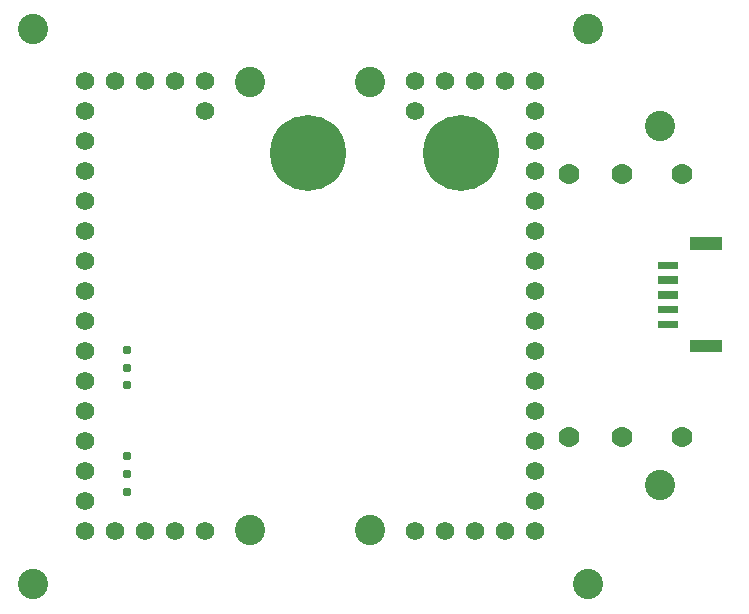
<source format=gbs>
%TF.GenerationSoftware,KiCad,Pcbnew,5.1.10-88a1d61d58~88~ubuntu20.04.1*%
%TF.CreationDate,2021-08-03T13:57:49-04:00*%
%TF.ProjectId,ta-base,74612d62-6173-4652-9e6b-696361645f70,rev?*%
%TF.SameCoordinates,Original*%
%TF.FileFunction,Soldermask,Bot*%
%TF.FilePolarity,Negative*%
%FSLAX46Y46*%
G04 Gerber Fmt 4.6, Leading zero omitted, Abs format (unit mm)*
G04 Created by KiCad (PCBNEW 5.1.10-88a1d61d58~88~ubuntu20.04.1) date 2021-08-03 13:57:49*
%MOMM*%
%LPD*%
G01*
G04 APERTURE LIST*
%ADD10C,1.565400*%
%ADD11C,6.425400*%
%ADD12C,1.765400*%
%ADD13C,2.565400*%
%ADD14C,0.787400*%
G04 APERTURE END LIST*
D10*
%TO.C,J8*%
X119314000Y-112505100D03*
X111694000Y-109965100D03*
X116774000Y-109965100D03*
X119314000Y-109965100D03*
X114234000Y-109965100D03*
%TD*%
%TO.C,J3*%
G36*
G01*
X163010805Y-132969432D02*
X160310805Y-132969432D01*
G75*
G02*
X160298105Y-132956732I0J12700D01*
G01*
X160298105Y-131956732D01*
G75*
G02*
X160310805Y-131944032I12700J0D01*
G01*
X163010805Y-131944032D01*
G75*
G02*
X163023505Y-131956732I0J-12700D01*
G01*
X163023505Y-132956732D01*
G75*
G02*
X163010805Y-132969432I-12700J0D01*
G01*
G37*
G36*
G01*
X163010805Y-124269434D02*
X160310805Y-124269434D01*
G75*
G02*
X160298105Y-124256734I0J12700D01*
G01*
X160298105Y-123256734D01*
G75*
G02*
X160310805Y-123244034I12700J0D01*
G01*
X163010805Y-123244034D01*
G75*
G02*
X163023505Y-123256734I0J-12700D01*
G01*
X163023505Y-124256734D01*
G75*
G02*
X163010805Y-124269434I-12700J0D01*
G01*
G37*
G36*
G01*
X159310811Y-130919433D02*
X157610811Y-130919433D01*
G75*
G02*
X157598111Y-130906733I0J12700D01*
G01*
X157598111Y-130306733D01*
G75*
G02*
X157610811Y-130294033I12700J0D01*
G01*
X159310811Y-130294033D01*
G75*
G02*
X159323511Y-130306733I0J-12700D01*
G01*
X159323511Y-130906733D01*
G75*
G02*
X159310811Y-130919433I-12700J0D01*
G01*
G37*
G36*
G01*
X159310811Y-129669433D02*
X157610811Y-129669433D01*
G75*
G02*
X157598111Y-129656733I0J12700D01*
G01*
X157598111Y-129056733D01*
G75*
G02*
X157610811Y-129044033I12700J0D01*
G01*
X159310811Y-129044033D01*
G75*
G02*
X159323511Y-129056733I0J-12700D01*
G01*
X159323511Y-129656733D01*
G75*
G02*
X159310811Y-129669433I-12700J0D01*
G01*
G37*
G36*
G01*
X159310811Y-128419433D02*
X157610811Y-128419433D01*
G75*
G02*
X157598111Y-128406733I0J12700D01*
G01*
X157598111Y-127806733D01*
G75*
G02*
X157610811Y-127794033I12700J0D01*
G01*
X159310811Y-127794033D01*
G75*
G02*
X159323511Y-127806733I0J-12700D01*
G01*
X159323511Y-128406733D01*
G75*
G02*
X159310811Y-128419433I-12700J0D01*
G01*
G37*
G36*
G01*
X159310811Y-127169433D02*
X157610811Y-127169433D01*
G75*
G02*
X157598111Y-127156733I0J12700D01*
G01*
X157598111Y-126556733D01*
G75*
G02*
X157610811Y-126544033I12700J0D01*
G01*
X159310811Y-126544033D01*
G75*
G02*
X159323511Y-126556733I0J-12700D01*
G01*
X159323511Y-127156733D01*
G75*
G02*
X159310811Y-127169433I-12700J0D01*
G01*
G37*
G36*
G01*
X159310811Y-125919433D02*
X157610811Y-125919433D01*
G75*
G02*
X157598111Y-125906733I0J12700D01*
G01*
X157598111Y-125306733D01*
G75*
G02*
X157610811Y-125294033I12700J0D01*
G01*
X159310811Y-125294033D01*
G75*
G02*
X159323511Y-125306733I0J-12700D01*
G01*
X159323511Y-125906733D01*
G75*
G02*
X159310811Y-125919433I-12700J0D01*
G01*
G37*
%TD*%
D11*
%TO.C,REF\u002A\u002A*%
X127960811Y-116106733D03*
%TD*%
D10*
%TO.C,J5*%
X137094000Y-112505100D03*
X144714000Y-109965100D03*
X139634000Y-109965100D03*
X137094000Y-109965100D03*
X142174000Y-109965100D03*
%TD*%
D11*
%TO.C,REF\u002A\u002A*%
X140960811Y-116106733D03*
%TD*%
D12*
%TO.C,SW2*%
X150060811Y-117906733D03*
X154560811Y-117906733D03*
X159660811Y-117906733D03*
D13*
X157810811Y-113806733D03*
%TD*%
%TO.C,P1*%
X151699000Y-152600100D03*
X151699000Y-105610100D03*
X104709000Y-105610100D03*
X104709000Y-152600100D03*
%TD*%
%TO.C,SW1*%
X157810811Y-144206733D03*
D12*
X159660811Y-140106733D03*
X154560811Y-140106733D03*
X150060811Y-140106733D03*
%TD*%
D14*
%TO.C,U2*%
X112710811Y-132756733D03*
X112710811Y-134256733D03*
X112710811Y-135756733D03*
X112710811Y-144756733D03*
X112710811Y-143256733D03*
X112710811Y-141756733D03*
%TD*%
D10*
%TO.C,J1*%
X109154000Y-148065100D03*
X109154000Y-145525100D03*
X109154000Y-142985100D03*
X109154000Y-140445100D03*
X109154000Y-137905100D03*
X109154000Y-135365100D03*
X109154000Y-132825100D03*
X109154000Y-130285100D03*
X109154000Y-127745100D03*
X109154000Y-125205100D03*
X109154000Y-122665100D03*
X109154000Y-120125100D03*
X109154000Y-117585100D03*
X109154000Y-115045100D03*
X109154000Y-112505100D03*
X109154000Y-109965100D03*
%TD*%
%TO.C,J2*%
X144714000Y-148065100D03*
X142174000Y-148065100D03*
X139634000Y-148065100D03*
X137094000Y-148065100D03*
%TD*%
%TO.C,J4*%
X119314000Y-148065100D03*
X116774000Y-148065100D03*
X114234000Y-148065100D03*
X111694000Y-148065100D03*
%TD*%
%TO.C,J6*%
X147254000Y-148065100D03*
X147254000Y-145525100D03*
X147254000Y-142985100D03*
X147254000Y-140445100D03*
X147254000Y-137905100D03*
X147254000Y-135365100D03*
X147254000Y-132825100D03*
X147254000Y-130285100D03*
X147254000Y-127745100D03*
X147254000Y-125205100D03*
X147254000Y-122665100D03*
X147254000Y-120125100D03*
X147254000Y-117585100D03*
X147254000Y-115045100D03*
X147254000Y-112505100D03*
X147254000Y-109965100D03*
%TD*%
D13*
%TO.C,P2*%
X123124000Y-147975100D03*
X123124000Y-110055100D03*
X133284000Y-147975100D03*
X133284000Y-110055100D03*
%TD*%
M02*

</source>
